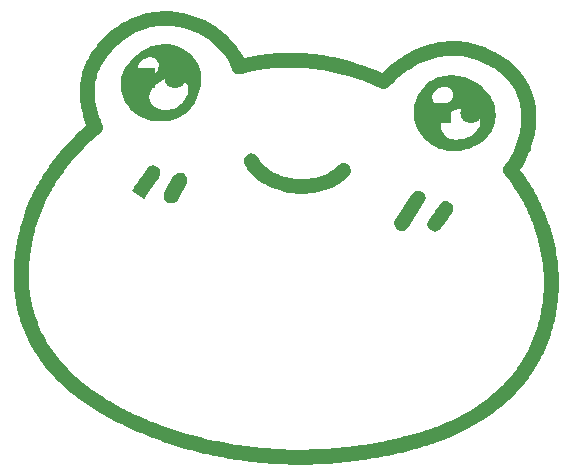
<source format=gbr>
%TF.GenerationSoftware,KiCad,Pcbnew,8.0.8*%
%TF.CreationDate,2025-02-14T08:27:58+01:00*%
%TF.ProjectId,Frog,46726f67-2e6b-4696-9361-645f70636258,rev?*%
%TF.SameCoordinates,Original*%
%TF.FileFunction,Soldermask,Top*%
%TF.FilePolarity,Negative*%
%FSLAX46Y46*%
G04 Gerber Fmt 4.6, Leading zero omitted, Abs format (unit mm)*
G04 Created by KiCad (PCBNEW 8.0.8) date 2025-02-14 08:27:58*
%MOMM*%
%LPD*%
G01*
G04 APERTURE LIST*
%ADD10C,0.000000*%
%ADD11R,1.800000X1.800000*%
%ADD12C,1.800000*%
G04 APERTURE END LIST*
D10*
%TO.C,frog*%
G36*
X106493838Y-78054075D02*
G01*
X106687520Y-78117090D01*
X106689985Y-78117090D01*
X106853551Y-78234957D01*
X106966945Y-78391056D01*
X107025498Y-78571482D01*
X107024540Y-78762333D01*
X106959402Y-78949704D01*
X106211014Y-80332534D01*
X106064204Y-80511567D01*
X105868058Y-80624098D01*
X105644746Y-80663157D01*
X105493516Y-80646266D01*
X105347894Y-80593173D01*
X105184328Y-80475306D01*
X105070934Y-80319207D01*
X105012381Y-80138781D01*
X105013340Y-79947930D01*
X105078477Y-79760559D01*
X105826865Y-78377729D01*
X105948701Y-78219492D01*
X106110057Y-78109792D01*
X106296560Y-78053148D01*
X106493838Y-78054075D01*
G37*
G36*
X126695003Y-79611460D02*
G01*
X126883570Y-79688165D01*
X126883570Y-79690574D01*
X127038733Y-79820880D01*
X127140013Y-79985235D01*
X127184416Y-80169626D01*
X127168949Y-80360040D01*
X127090620Y-80542463D01*
X125706113Y-82699957D01*
X125558474Y-82859325D01*
X125371474Y-82958092D01*
X125162298Y-82991968D01*
X124990175Y-82968439D01*
X124825534Y-82897852D01*
X124670370Y-82767546D01*
X124569091Y-82603191D01*
X124524688Y-82418800D01*
X124540154Y-82228386D01*
X124618483Y-82045962D01*
X126002990Y-79888469D01*
X126137685Y-79738129D01*
X126307575Y-79639686D01*
X126498176Y-79596381D01*
X126695003Y-79611460D01*
G37*
G36*
X104269466Y-77458673D02*
G01*
X104454721Y-77540494D01*
X104603896Y-77674540D01*
X104699188Y-77841363D01*
X104737604Y-78026835D01*
X104716151Y-78216824D01*
X104631833Y-78397202D01*
X104573215Y-78484770D01*
X104449981Y-78668931D01*
X104281227Y-78921141D01*
X104086047Y-79212859D01*
X103883535Y-79515541D01*
X103692788Y-79800646D01*
X103532898Y-80039631D01*
X103422962Y-80203953D01*
X103382073Y-80265070D01*
X102309399Y-79594197D01*
X102350959Y-79532027D01*
X102462636Y-79364982D01*
X102624923Y-79122260D01*
X102818316Y-78833059D01*
X103023310Y-78526578D01*
X103220399Y-78232015D01*
X103390078Y-77978567D01*
X103512842Y-77795433D01*
X103569186Y-77711811D01*
X103569160Y-77709426D01*
X103708917Y-77565362D01*
X103881957Y-77473772D01*
X104073676Y-77437321D01*
X104269466Y-77458673D01*
G37*
G36*
X129117920Y-80495664D02*
G01*
X129288012Y-80589474D01*
X129422301Y-80729967D01*
X129507856Y-80909729D01*
X129532519Y-81005807D01*
X129542642Y-81094893D01*
X129529786Y-81191983D01*
X129485514Y-81312073D01*
X129401388Y-81470161D01*
X129268969Y-81681242D01*
X129079819Y-81960314D01*
X128825500Y-82322373D01*
X128497575Y-82782415D01*
X128350581Y-82927394D01*
X128169770Y-83017132D01*
X127971219Y-83047879D01*
X127782569Y-83020426D01*
X127607013Y-82936866D01*
X127458676Y-82800256D01*
X127365657Y-82631676D01*
X127330593Y-82445489D01*
X127356116Y-82256059D01*
X127444864Y-82077748D01*
X127620460Y-81832404D01*
X127796126Y-81583984D01*
X127961540Y-81347100D01*
X128106373Y-81136363D01*
X128220303Y-80966386D01*
X128293002Y-80851779D01*
X128389184Y-80688300D01*
X128533592Y-80559144D01*
X128719575Y-80477718D01*
X128722046Y-80477748D01*
X128924954Y-80455951D01*
X129117920Y-80495664D01*
G37*
G36*
X112600411Y-76439082D02*
G01*
X112779086Y-76512698D01*
X112927944Y-76636239D01*
X113033454Y-76804146D01*
X113047188Y-76832870D01*
X113077360Y-76889467D01*
X113125678Y-76970309D01*
X113193849Y-77071763D01*
X113283579Y-77190199D01*
X113396574Y-77321988D01*
X113534542Y-77463498D01*
X113699189Y-77611099D01*
X113892222Y-77761160D01*
X114115347Y-77910051D01*
X114370271Y-78054142D01*
X114658701Y-78189801D01*
X114982344Y-78313398D01*
X115342905Y-78421302D01*
X115742092Y-78509884D01*
X116181611Y-78575513D01*
X116545795Y-78604976D01*
X116894144Y-78608386D01*
X117225910Y-78588592D01*
X117540344Y-78548443D01*
X117836697Y-78490789D01*
X118114219Y-78418478D01*
X118372162Y-78334360D01*
X118609777Y-78241285D01*
X118826314Y-78142101D01*
X119021025Y-78039657D01*
X119193160Y-77936803D01*
X119341971Y-77836389D01*
X119466708Y-77741262D01*
X119566622Y-77654273D01*
X119640965Y-77578270D01*
X119688987Y-77516103D01*
X119822465Y-77366923D01*
X119991618Y-77269059D01*
X120181841Y-77225755D01*
X120378528Y-77240254D01*
X120567076Y-77315799D01*
X120569560Y-77313359D01*
X120723764Y-77442488D01*
X120824924Y-77606130D01*
X120869687Y-77790155D01*
X120854700Y-77980434D01*
X120776610Y-78162839D01*
X120698458Y-78272892D01*
X120599943Y-78388882D01*
X120481676Y-78509326D01*
X120344269Y-78632741D01*
X120188331Y-78757645D01*
X120014474Y-78882557D01*
X119823308Y-79005993D01*
X119615446Y-79126472D01*
X119391496Y-79242512D01*
X119152072Y-79352630D01*
X118897782Y-79455344D01*
X118629238Y-79549171D01*
X118347052Y-79632631D01*
X118051833Y-79704239D01*
X117744193Y-79762515D01*
X117424743Y-79805976D01*
X117094093Y-79833139D01*
X116752855Y-79842523D01*
X116516613Y-79838322D01*
X116276488Y-79825004D01*
X116031927Y-79801494D01*
X115602211Y-79740299D01*
X115201018Y-79660117D01*
X114827494Y-79563024D01*
X114480785Y-79451096D01*
X114160036Y-79326406D01*
X113864392Y-79191031D01*
X113592999Y-79047046D01*
X113345002Y-78896525D01*
X113119546Y-78741544D01*
X112915777Y-78584178D01*
X112732840Y-78426502D01*
X112569881Y-78270592D01*
X112426043Y-78118521D01*
X112300474Y-77972367D01*
X112192319Y-77834203D01*
X112100721Y-77706104D01*
X112024828Y-77590147D01*
X111963785Y-77488405D01*
X111916736Y-77402955D01*
X111882826Y-77335871D01*
X111861203Y-77289228D01*
X111851010Y-77265102D01*
X111805968Y-77072418D01*
X111825345Y-76882631D01*
X111902915Y-76709064D01*
X112032452Y-76565037D01*
X112207731Y-76463873D01*
X112405450Y-76420953D01*
X112600411Y-76439082D01*
G37*
G36*
X129620273Y-69828338D02*
G01*
X129844111Y-69854014D01*
X130062929Y-69891150D01*
X130275633Y-69938392D01*
X130481127Y-69994387D01*
X130678316Y-70057783D01*
X130866106Y-70127226D01*
X131043400Y-70201363D01*
X131209104Y-70278842D01*
X131362123Y-70358308D01*
X131501361Y-70438410D01*
X131498864Y-70436000D01*
X131568797Y-70475691D01*
X131667833Y-70537290D01*
X131790447Y-70621456D01*
X131931114Y-70728848D01*
X132084309Y-70860125D01*
X132244507Y-71015946D01*
X132406183Y-71196970D01*
X132563812Y-71403855D01*
X132711869Y-71637261D01*
X132844829Y-71897846D01*
X132957168Y-72186269D01*
X133043360Y-72503189D01*
X133097880Y-72849265D01*
X133113571Y-73106419D01*
X133107785Y-73358780D01*
X133080816Y-73605616D01*
X133032955Y-73846198D01*
X132964494Y-74079798D01*
X132875725Y-74305686D01*
X132766940Y-74523132D01*
X132638430Y-74731407D01*
X132490488Y-74929782D01*
X132323405Y-75117527D01*
X132137474Y-75293913D01*
X131945709Y-75448109D01*
X131741372Y-75589271D01*
X131525744Y-75717052D01*
X131300108Y-75831104D01*
X131065745Y-75931077D01*
X130823938Y-76016626D01*
X130575968Y-76087400D01*
X130323118Y-76143053D01*
X130066668Y-76183236D01*
X129807902Y-76207601D01*
X129753897Y-76209305D01*
X129548101Y-76215800D01*
X129292087Y-76208291D01*
X129038290Y-76184694D01*
X128787261Y-76143399D01*
X128561960Y-76088913D01*
X128379432Y-76028655D01*
X128341044Y-76015982D01*
X128125461Y-75925447D01*
X127916160Y-75818146D01*
X127714091Y-75694919D01*
X127520204Y-75556605D01*
X127335447Y-75404043D01*
X127160769Y-75238072D01*
X126997120Y-75059531D01*
X126845449Y-74869260D01*
X126706705Y-74668097D01*
X126581838Y-74456882D01*
X126471796Y-74236454D01*
X126387420Y-74031660D01*
X128491065Y-74031660D01*
X128503183Y-74288893D01*
X128585211Y-74569953D01*
X128712008Y-74796593D01*
X128876416Y-74970895D01*
X129070622Y-75098238D01*
X129286812Y-75184002D01*
X129517175Y-75233566D01*
X129753897Y-75252310D01*
X129989164Y-75245615D01*
X130215163Y-75218859D01*
X130424082Y-75177422D01*
X130608107Y-75126684D01*
X130759425Y-75072025D01*
X130870223Y-75018824D01*
X130870286Y-75018842D01*
X131043727Y-74911350D01*
X131217723Y-74785328D01*
X131384146Y-74641014D01*
X131534864Y-74478647D01*
X131661746Y-74298464D01*
X131756661Y-74100704D01*
X131811479Y-73885604D01*
X131818069Y-73653402D01*
X131768300Y-73404336D01*
X131692517Y-73234080D01*
X131580528Y-73082417D01*
X131436978Y-72950447D01*
X131266509Y-72839266D01*
X131073762Y-72749972D01*
X130863381Y-72683664D01*
X130640009Y-72641438D01*
X130408287Y-72624393D01*
X130172859Y-72633626D01*
X129938367Y-72670234D01*
X129709453Y-72735317D01*
X129490760Y-72829971D01*
X129429290Y-72861524D01*
X129326609Y-72919153D01*
X129195063Y-73002606D01*
X129047000Y-73111634D01*
X128894766Y-73245988D01*
X128750709Y-73405417D01*
X128627175Y-73589672D01*
X128536511Y-73798503D01*
X128491065Y-74031660D01*
X126387420Y-74031660D01*
X126377529Y-74007652D01*
X126301755Y-73777751D01*
X126244335Y-73546628D01*
X126205144Y-73314912D01*
X126184057Y-73083231D01*
X126180948Y-72852214D01*
X126195692Y-72622488D01*
X126228164Y-72394683D01*
X126278237Y-72169426D01*
X126345787Y-71947346D01*
X126430689Y-71729071D01*
X126473196Y-71640067D01*
X127737737Y-71640067D01*
X127780552Y-71869180D01*
X127936562Y-72118051D01*
X128149162Y-72287577D01*
X128379432Y-72353767D01*
X128612667Y-72341822D01*
X128834162Y-72276940D01*
X129029212Y-72184325D01*
X129183112Y-72089176D01*
X129281156Y-72016694D01*
X129410055Y-71869143D01*
X129491537Y-71684172D01*
X129521292Y-71483445D01*
X129495010Y-71288624D01*
X129408380Y-71121373D01*
X129304240Y-71015224D01*
X129163883Y-70915491D01*
X128992021Y-70836867D01*
X128793367Y-70794040D01*
X128572633Y-70801702D01*
X128334532Y-70874545D01*
X128083774Y-71027257D01*
X128083742Y-71027257D01*
X128048229Y-71056272D01*
X127963362Y-71138814D01*
X127861652Y-71268130D01*
X127775607Y-71437465D01*
X127737737Y-71640067D01*
X126473196Y-71640067D01*
X126532816Y-71515230D01*
X126652044Y-71306450D01*
X126788247Y-71103359D01*
X126941301Y-70906588D01*
X127139957Y-70689210D01*
X127346734Y-70499528D01*
X127560538Y-70336190D01*
X127780274Y-70197842D01*
X128004845Y-70083131D01*
X128233158Y-69990704D01*
X128464117Y-69919208D01*
X128696626Y-69867291D01*
X128929592Y-69833598D01*
X129161918Y-69816777D01*
X129392510Y-69815475D01*
X129620273Y-69828338D01*
G37*
G36*
X105476611Y-67202591D02*
G01*
X105790162Y-67257014D01*
X106115575Y-67347756D01*
X106450595Y-67479749D01*
X106450659Y-67482164D01*
X106687390Y-67600646D01*
X106908784Y-67734555D01*
X107114347Y-67883283D01*
X107303583Y-68046221D01*
X107475997Y-68222758D01*
X107631095Y-68412286D01*
X107768381Y-68614195D01*
X107887359Y-68827876D01*
X107987536Y-69052720D01*
X108068415Y-69288117D01*
X108129502Y-69533457D01*
X108167978Y-69771053D01*
X108188485Y-70012428D01*
X108191384Y-70256337D01*
X108177033Y-70501534D01*
X108145795Y-70746774D01*
X108098028Y-70990812D01*
X108034094Y-71232402D01*
X107954351Y-71470298D01*
X107859162Y-71703255D01*
X107748886Y-71930027D01*
X107623882Y-72149369D01*
X107484513Y-72360036D01*
X107331137Y-72560782D01*
X107164115Y-72750360D01*
X106995909Y-72912803D01*
X106813267Y-73061582D01*
X106617458Y-73196317D01*
X106409753Y-73316627D01*
X106191422Y-73422130D01*
X105963735Y-73512448D01*
X105727962Y-73587198D01*
X105485373Y-73645999D01*
X105237239Y-73688472D01*
X105162930Y-73696056D01*
X104984829Y-73714235D01*
X104729413Y-73722907D01*
X104496749Y-73715666D01*
X104263544Y-73693946D01*
X104030901Y-73657747D01*
X103787915Y-73602640D01*
X103553220Y-73531700D01*
X103377126Y-73464388D01*
X103327318Y-73445349D01*
X103110711Y-73344011D01*
X102903900Y-73228107D01*
X102707387Y-73098060D01*
X102521675Y-72954293D01*
X102347265Y-72797227D01*
X102184658Y-72627286D01*
X102034358Y-72444891D01*
X101896865Y-72250465D01*
X101772681Y-72044430D01*
X101662308Y-71827210D01*
X101574897Y-71619751D01*
X103796079Y-71619751D01*
X103828494Y-71886883D01*
X103948520Y-72168748D01*
X104091945Y-72355502D01*
X104268451Y-72500687D01*
X104470921Y-72607612D01*
X104692236Y-72679583D01*
X104925278Y-72719907D01*
X105162930Y-72731892D01*
X105398073Y-72718845D01*
X105623590Y-72684072D01*
X105832363Y-72630881D01*
X106017273Y-72562580D01*
X106171203Y-72482475D01*
X106173656Y-72482468D01*
X106342471Y-72363170D01*
X106511161Y-72216765D01*
X106672028Y-72046709D01*
X106817372Y-71856456D01*
X106939494Y-71649460D01*
X107030695Y-71429177D01*
X107083276Y-71199062D01*
X107089539Y-70962567D01*
X107041783Y-70723149D01*
X106978915Y-70584426D01*
X106885967Y-70457206D01*
X106765718Y-70343403D01*
X106620949Y-70244930D01*
X106454441Y-70163701D01*
X106268974Y-70101628D01*
X106067330Y-70060626D01*
X105852288Y-70042607D01*
X105626630Y-70049485D01*
X105393137Y-70083173D01*
X105154588Y-70145586D01*
X104913766Y-70238635D01*
X104673449Y-70364235D01*
X104436420Y-70524299D01*
X104205459Y-70720740D01*
X104175695Y-70751581D01*
X104101116Y-70839409D01*
X104003795Y-70977183D01*
X103905801Y-71157859D01*
X103829205Y-71374396D01*
X103796079Y-71619751D01*
X101574897Y-71619751D01*
X101566249Y-71599226D01*
X101475079Y-71322817D01*
X101412670Y-71053837D01*
X101377257Y-70792504D01*
X101367080Y-70539039D01*
X101380374Y-70293659D01*
X101415378Y-70056584D01*
X101470328Y-69828032D01*
X101543462Y-69608223D01*
X101633018Y-69397375D01*
X101642542Y-69378945D01*
X102850934Y-69378945D01*
X102859607Y-69418345D01*
X102890380Y-69518124D01*
X102950385Y-69650652D01*
X103046756Y-69788300D01*
X103186626Y-69903436D01*
X103377126Y-69968430D01*
X103625391Y-69955652D01*
X103938552Y-69837472D01*
X104184145Y-69687602D01*
X104368212Y-69528017D01*
X104495830Y-69362711D01*
X104572074Y-69195680D01*
X104602019Y-69030915D01*
X104590740Y-68872412D01*
X104543314Y-68724163D01*
X104464816Y-68590164D01*
X104360321Y-68474408D01*
X104234905Y-68380888D01*
X104093644Y-68313599D01*
X103941613Y-68276534D01*
X103783887Y-68273688D01*
X103584684Y-68312749D01*
X103385174Y-68392338D01*
X103198797Y-68511907D01*
X103038993Y-68670907D01*
X102919204Y-68868789D01*
X102852870Y-69105003D01*
X102853431Y-69379000D01*
X102850934Y-69378945D01*
X101642542Y-69378945D01*
X101737232Y-69195707D01*
X101854342Y-69003439D01*
X101982585Y-68820789D01*
X102120198Y-68647976D01*
X102265420Y-68485219D01*
X102416486Y-68332737D01*
X102571635Y-68190749D01*
X102729104Y-68059474D01*
X102887130Y-67939131D01*
X103043950Y-67829939D01*
X103197802Y-67732116D01*
X103346924Y-67645882D01*
X103489551Y-67571455D01*
X103560473Y-67533808D01*
X103665803Y-67483183D01*
X103803288Y-67424512D01*
X103970673Y-67362723D01*
X104165702Y-67302747D01*
X104386122Y-67249512D01*
X104629678Y-67207950D01*
X104894114Y-67182989D01*
X105177177Y-67179560D01*
X105476611Y-67202591D01*
G37*
G36*
X105502607Y-64395600D02*
G01*
X105754485Y-64411483D01*
X106006942Y-64436057D01*
X106259825Y-64469361D01*
X106512977Y-64511433D01*
X106766243Y-64562312D01*
X107019469Y-64622036D01*
X107276389Y-64691722D01*
X107529705Y-64769739D01*
X107779168Y-64855869D01*
X108024529Y-64949895D01*
X108265536Y-65051598D01*
X108501941Y-65160762D01*
X108733493Y-65277167D01*
X108959941Y-65400598D01*
X109181037Y-65530835D01*
X109396530Y-65667661D01*
X109606170Y-65810858D01*
X109809707Y-65960208D01*
X110006892Y-66115495D01*
X110197473Y-66276499D01*
X110381201Y-66443004D01*
X110557826Y-66614790D01*
X110727098Y-66791642D01*
X110888768Y-66973341D01*
X111042584Y-67159668D01*
X111188297Y-67350407D01*
X111325657Y-67545340D01*
X111454414Y-67744248D01*
X111574318Y-67946915D01*
X111685120Y-68153122D01*
X111786568Y-68362652D01*
X111893143Y-68335984D01*
X112007675Y-68308495D01*
X112130044Y-68280395D01*
X112260131Y-68251891D01*
X112397817Y-68223192D01*
X112542983Y-68194506D01*
X112695510Y-68166043D01*
X112855279Y-68138010D01*
X113022170Y-68110615D01*
X113196066Y-68084069D01*
X113376846Y-68058578D01*
X113564392Y-68034352D01*
X113758585Y-68011599D01*
X113959306Y-67990528D01*
X114166435Y-67971346D01*
X114379854Y-67954263D01*
X114599444Y-67939486D01*
X114825086Y-67927226D01*
X115056660Y-67917689D01*
X115294047Y-67911084D01*
X115537129Y-67907621D01*
X115785787Y-67907507D01*
X116039901Y-67910951D01*
X116299352Y-67918161D01*
X116564022Y-67929347D01*
X116833792Y-67944715D01*
X117108541Y-67964476D01*
X117388152Y-67988837D01*
X117672506Y-68018007D01*
X117961483Y-68052194D01*
X118254963Y-68091608D01*
X118552830Y-68136455D01*
X118854962Y-68186946D01*
X119161242Y-68243288D01*
X119471549Y-68305690D01*
X119785766Y-68374360D01*
X120103773Y-68449508D01*
X120425451Y-68531340D01*
X120750681Y-68620067D01*
X121079344Y-68715895D01*
X121411321Y-68819035D01*
X121746493Y-68929694D01*
X122084741Y-69048081D01*
X122425946Y-69174405D01*
X122769988Y-69308873D01*
X123116750Y-69451694D01*
X123466111Y-69603078D01*
X123545586Y-69525958D01*
X123632846Y-69443354D01*
X123727777Y-69355769D01*
X123830264Y-69263710D01*
X123940193Y-69167682D01*
X124057450Y-69068190D01*
X124181920Y-68965741D01*
X124313489Y-68860839D01*
X124452042Y-68753991D01*
X124597466Y-68645702D01*
X124749646Y-68536476D01*
X124908467Y-68426821D01*
X125073816Y-68317241D01*
X125245578Y-68208242D01*
X125423639Y-68100330D01*
X125607884Y-67994010D01*
X125798199Y-67889787D01*
X125994470Y-67788167D01*
X126196582Y-67689656D01*
X126404421Y-67594759D01*
X126617873Y-67503981D01*
X126836824Y-67417829D01*
X127061159Y-67336808D01*
X127290763Y-67261423D01*
X127525523Y-67192180D01*
X127765324Y-67129584D01*
X128010052Y-67074141D01*
X128259592Y-67026357D01*
X128513831Y-66986736D01*
X128772653Y-66955785D01*
X129035945Y-66934009D01*
X129303592Y-66921914D01*
X129575480Y-66920005D01*
X129851495Y-66928788D01*
X130131521Y-66948767D01*
X130415446Y-66980450D01*
X130703155Y-67024341D01*
X130994532Y-67080945D01*
X131289465Y-67150769D01*
X131587838Y-67234318D01*
X131889537Y-67332097D01*
X132194448Y-67444613D01*
X132502457Y-67572369D01*
X132813450Y-67715873D01*
X133062346Y-67841583D01*
X133303234Y-67973104D01*
X133536053Y-68110364D01*
X133760746Y-68253292D01*
X133977255Y-68401818D01*
X134185520Y-68555870D01*
X134385483Y-68715376D01*
X134577087Y-68880266D01*
X134760271Y-69050468D01*
X134934978Y-69225911D01*
X135101149Y-69406524D01*
X135258726Y-69592235D01*
X135407650Y-69782974D01*
X135547863Y-69978669D01*
X135679306Y-70179249D01*
X135801921Y-70384643D01*
X135915649Y-70594779D01*
X136020431Y-70809586D01*
X136116210Y-71028994D01*
X136202926Y-71252930D01*
X136280522Y-71481324D01*
X136348938Y-71714104D01*
X136408117Y-71951200D01*
X136457999Y-72192539D01*
X136503052Y-72469443D01*
X136535669Y-72745990D01*
X136556379Y-73021720D01*
X136565711Y-73296177D01*
X136564195Y-73568904D01*
X136552360Y-73839442D01*
X136530736Y-74107333D01*
X136499851Y-74372121D01*
X136460236Y-74633347D01*
X136412419Y-74890553D01*
X136356930Y-75143283D01*
X136294299Y-75391078D01*
X136225054Y-75633481D01*
X136149726Y-75870034D01*
X136068842Y-76100280D01*
X135982934Y-76323760D01*
X135892530Y-76540017D01*
X135798160Y-76748594D01*
X135700352Y-76949032D01*
X135599637Y-77140874D01*
X135496544Y-77323663D01*
X135391601Y-77496940D01*
X135285340Y-77660249D01*
X135178288Y-77813131D01*
X135252873Y-77907840D01*
X135333030Y-78012086D01*
X135418353Y-78125802D01*
X135508435Y-78248921D01*
X135602870Y-78381377D01*
X135701251Y-78523104D01*
X135803172Y-78674034D01*
X135908226Y-78834101D01*
X136016006Y-79003239D01*
X136126107Y-79181380D01*
X136238121Y-79368458D01*
X136351643Y-79564407D01*
X136466265Y-79769160D01*
X136581582Y-79982650D01*
X136697186Y-80204810D01*
X136812672Y-80435575D01*
X136927632Y-80674877D01*
X137041661Y-80922650D01*
X137154351Y-81178827D01*
X137265297Y-81443341D01*
X137374091Y-81716127D01*
X137480328Y-81997116D01*
X137583601Y-82286243D01*
X137683503Y-82583442D01*
X137779627Y-82888644D01*
X137871568Y-83201785D01*
X137958919Y-83522796D01*
X138041273Y-83851613D01*
X138118224Y-84188167D01*
X138189366Y-84532392D01*
X138254291Y-84884222D01*
X138312594Y-85243590D01*
X138363867Y-85610429D01*
X138360776Y-85615520D01*
X138372348Y-85708082D01*
X138383768Y-85805778D01*
X138394926Y-85908497D01*
X138405713Y-86016130D01*
X138416020Y-86128566D01*
X138425739Y-86245696D01*
X138434759Y-86367407D01*
X138442972Y-86493592D01*
X138450269Y-86624139D01*
X138456540Y-86758937D01*
X138461677Y-86897878D01*
X138465570Y-87040850D01*
X138468109Y-87187744D01*
X138469187Y-87338449D01*
X138468694Y-87492854D01*
X138466520Y-87650851D01*
X138462557Y-87812328D01*
X138456696Y-87977175D01*
X138448826Y-88145282D01*
X138438840Y-88316539D01*
X138426628Y-88490836D01*
X138412081Y-88668061D01*
X138395089Y-88848106D01*
X138375545Y-89030860D01*
X138353337Y-89216213D01*
X138328358Y-89404054D01*
X138300498Y-89594273D01*
X138269649Y-89786760D01*
X138235700Y-89981405D01*
X138198543Y-90178097D01*
X138158069Y-90376727D01*
X138114169Y-90577183D01*
X138066733Y-90779357D01*
X138015652Y-90983137D01*
X137960817Y-91188413D01*
X137902120Y-91395076D01*
X137839450Y-91603014D01*
X137772699Y-91812119D01*
X137701758Y-92022278D01*
X137626517Y-92233383D01*
X137546868Y-92445323D01*
X137462700Y-92657988D01*
X137373906Y-92871267D01*
X137280376Y-93085050D01*
X137182001Y-93299228D01*
X137078672Y-93513689D01*
X136970279Y-93728324D01*
X136856713Y-93943023D01*
X136737866Y-94157675D01*
X136613628Y-94372169D01*
X136483890Y-94586396D01*
X136348543Y-94800246D01*
X136207478Y-95013608D01*
X136060585Y-95226372D01*
X135907756Y-95438428D01*
X135748881Y-95649666D01*
X135583852Y-95859975D01*
X135412558Y-96069244D01*
X135234892Y-96277365D01*
X135050743Y-96484227D01*
X134860003Y-96689719D01*
X134662563Y-96893731D01*
X134458313Y-97096153D01*
X134247145Y-97296875D01*
X134028948Y-97495786D01*
X133803615Y-97692777D01*
X133571036Y-97887737D01*
X133331101Y-98080555D01*
X133083702Y-98271122D01*
X132828730Y-98459328D01*
X132566075Y-98645062D01*
X132295628Y-98828213D01*
X132017281Y-99008673D01*
X131730923Y-99186329D01*
X131436446Y-99361073D01*
X131133741Y-99532795D01*
X130822699Y-99701382D01*
X130503209Y-99866727D01*
X130175165Y-100028717D01*
X129838455Y-100187244D01*
X129492972Y-100342197D01*
X129138605Y-100493465D01*
X129114413Y-100503957D01*
X129079010Y-100519085D01*
X129032516Y-100538650D01*
X128975055Y-100562451D01*
X128906748Y-100590289D01*
X128827718Y-100621963D01*
X128738087Y-100657274D01*
X128637977Y-100696022D01*
X128527510Y-100738007D01*
X128406809Y-100783028D01*
X128275995Y-100830887D01*
X128135191Y-100881383D01*
X127984518Y-100934315D01*
X127824099Y-100989485D01*
X127654057Y-101046692D01*
X127474512Y-101105737D01*
X127285588Y-101166418D01*
X127087407Y-101228537D01*
X126880090Y-101291894D01*
X126663760Y-101356288D01*
X126438540Y-101421519D01*
X126204550Y-101487389D01*
X125961914Y-101553695D01*
X125710753Y-101620240D01*
X125451190Y-101686822D01*
X125183346Y-101753243D01*
X124907345Y-101819301D01*
X124623307Y-101884797D01*
X124331356Y-101949531D01*
X124031613Y-102013304D01*
X123724201Y-102075914D01*
X123409241Y-102137163D01*
X123086857Y-102196850D01*
X122757169Y-102254775D01*
X122420301Y-102310739D01*
X122076373Y-102364541D01*
X121725510Y-102415982D01*
X121367831Y-102464861D01*
X121003461Y-102510979D01*
X120632521Y-102554136D01*
X120255132Y-102594131D01*
X119871418Y-102630765D01*
X119481500Y-102663839D01*
X119085501Y-102693151D01*
X118683543Y-102718502D01*
X118275747Y-102739692D01*
X117862236Y-102756521D01*
X117443133Y-102768790D01*
X117018559Y-102776297D01*
X116588636Y-102778844D01*
X116551989Y-102778729D01*
X116361894Y-102778133D01*
X116133740Y-102775980D01*
X115904191Y-102772357D01*
X115673265Y-102767236D01*
X115440977Y-102760588D01*
X115207347Y-102752385D01*
X114972392Y-102742599D01*
X114736128Y-102731200D01*
X114498573Y-102718162D01*
X114259744Y-102703454D01*
X114019659Y-102687050D01*
X113778334Y-102668921D01*
X113535789Y-102649037D01*
X113292038Y-102627372D01*
X113047101Y-102603895D01*
X112800994Y-102578580D01*
X112553735Y-102551398D01*
X112305340Y-102522320D01*
X112055828Y-102491318D01*
X111805216Y-102458363D01*
X111553521Y-102423428D01*
X111300759Y-102386483D01*
X111046950Y-102347501D01*
X110792109Y-102306453D01*
X110536255Y-102263310D01*
X110279404Y-102218045D01*
X110021574Y-102170629D01*
X109762783Y-102121033D01*
X109503047Y-102069229D01*
X109242384Y-102015189D01*
X108980811Y-101958884D01*
X108718346Y-101900286D01*
X108455006Y-101839367D01*
X108190808Y-101776098D01*
X107925770Y-101710450D01*
X107659909Y-101642397D01*
X107393242Y-101571908D01*
X107125786Y-101498956D01*
X106857560Y-101423512D01*
X106588579Y-101345548D01*
X106318862Y-101265035D01*
X106048427Y-101181946D01*
X105777289Y-101096252D01*
X105505467Y-101007923D01*
X105232978Y-100916933D01*
X104959839Y-100823253D01*
X104686068Y-100726853D01*
X104411682Y-100627707D01*
X104136697Y-100525785D01*
X103861133Y-100421059D01*
X103495651Y-100277886D01*
X103137457Y-100132711D01*
X102786488Y-99985573D01*
X102442678Y-99836511D01*
X102105963Y-99685563D01*
X101776278Y-99532769D01*
X101453559Y-99378168D01*
X101137740Y-99221799D01*
X100828757Y-99063701D01*
X100526546Y-98903913D01*
X100231041Y-98742473D01*
X99942178Y-98579422D01*
X99659892Y-98414797D01*
X99384118Y-98248639D01*
X99114792Y-98080986D01*
X98851849Y-97911877D01*
X98595225Y-97741351D01*
X98344854Y-97569447D01*
X98100672Y-97396204D01*
X97862614Y-97221662D01*
X97630616Y-97045858D01*
X97404613Y-96868833D01*
X97184539Y-96690626D01*
X96970331Y-96511274D01*
X96761924Y-96330819D01*
X96559253Y-96149297D01*
X96362253Y-95966749D01*
X96170859Y-95783214D01*
X95985008Y-95598729D01*
X95804633Y-95413336D01*
X95629671Y-95227072D01*
X95460057Y-95039977D01*
X95295725Y-94852089D01*
X95136612Y-94663448D01*
X94982653Y-94474092D01*
X94833783Y-94284062D01*
X94689936Y-94093395D01*
X94551050Y-93902131D01*
X94417058Y-93710308D01*
X94287896Y-93517967D01*
X94163499Y-93325145D01*
X94043804Y-93131882D01*
X93928744Y-92938217D01*
X93818255Y-92744190D01*
X93712273Y-92549838D01*
X93610733Y-92355201D01*
X93513570Y-92160318D01*
X93420720Y-91965228D01*
X93332117Y-91769971D01*
X93247697Y-91574584D01*
X93167395Y-91379108D01*
X93091148Y-91183581D01*
X93018889Y-90988042D01*
X92950554Y-90792531D01*
X92886079Y-90597085D01*
X92825398Y-90401745D01*
X92768448Y-90206550D01*
X92715163Y-90011538D01*
X92665479Y-89816748D01*
X92619330Y-89622220D01*
X92576653Y-89427992D01*
X92537383Y-89234104D01*
X92501454Y-89040594D01*
X92468802Y-88847502D01*
X92439363Y-88654866D01*
X92413072Y-88462726D01*
X92389864Y-88271121D01*
X92369674Y-88080089D01*
X92352437Y-87889671D01*
X92338090Y-87699904D01*
X92326567Y-87510827D01*
X92317803Y-87322481D01*
X92311734Y-87134903D01*
X92308295Y-86948134D01*
X92307447Y-86767492D01*
X93591506Y-86767492D01*
X93594491Y-86987600D01*
X93601482Y-87206495D01*
X93612472Y-87424169D01*
X93627459Y-87640615D01*
X93646437Y-87855825D01*
X93669401Y-88069791D01*
X93696348Y-88282505D01*
X93727272Y-88493959D01*
X93762170Y-88704145D01*
X93801036Y-88913055D01*
X93843866Y-89120681D01*
X93890656Y-89327016D01*
X93941400Y-89532051D01*
X93996095Y-89735779D01*
X94054736Y-89938191D01*
X94117318Y-90139281D01*
X94183837Y-90339038D01*
X94254288Y-90537457D01*
X94328667Y-90734529D01*
X94406970Y-90930245D01*
X94489191Y-91124599D01*
X94575326Y-91317582D01*
X94665370Y-91509186D01*
X94759320Y-91699403D01*
X94857170Y-91888226D01*
X94958917Y-92075646D01*
X95064554Y-92261656D01*
X95174079Y-92446248D01*
X95287486Y-92629413D01*
X95404771Y-92811144D01*
X95525929Y-92991433D01*
X95650956Y-93170272D01*
X95779847Y-93347653D01*
X95912598Y-93523569D01*
X96049204Y-93698010D01*
X96189661Y-93870970D01*
X96333964Y-94042440D01*
X96482108Y-94212413D01*
X96634089Y-94380880D01*
X96789903Y-94547834D01*
X96949545Y-94713266D01*
X97113010Y-94877169D01*
X97280295Y-95039535D01*
X97451393Y-95200357D01*
X97626301Y-95359625D01*
X97805015Y-95517332D01*
X97987529Y-95673471D01*
X98173840Y-95828032D01*
X98363942Y-95981009D01*
X98557831Y-96132394D01*
X98755503Y-96282178D01*
X98956953Y-96430354D01*
X99162176Y-96576913D01*
X99371169Y-96721848D01*
X99583926Y-96865151D01*
X99800442Y-97006814D01*
X100020715Y-97146829D01*
X100244738Y-97285188D01*
X100472507Y-97421883D01*
X100704018Y-97556907D01*
X100939266Y-97690251D01*
X101178247Y-97821907D01*
X101420956Y-97951868D01*
X101667389Y-98080125D01*
X101917541Y-98206671D01*
X102171407Y-98331497D01*
X102428984Y-98454597D01*
X102690266Y-98575961D01*
X102955249Y-98695583D01*
X103223928Y-98813453D01*
X103496299Y-98929565D01*
X103772357Y-99043910D01*
X104052099Y-99156480D01*
X104335518Y-99267267D01*
X104721776Y-99413269D01*
X105107012Y-99553486D01*
X105491170Y-99688004D01*
X105874192Y-99816911D01*
X106256021Y-99940295D01*
X106636600Y-100058243D01*
X107015870Y-100170842D01*
X107393775Y-100278179D01*
X107770258Y-100380343D01*
X108145260Y-100477420D01*
X108518724Y-100569498D01*
X108890593Y-100656663D01*
X109260810Y-100739005D01*
X109629317Y-100816609D01*
X109996057Y-100889563D01*
X110360972Y-100957955D01*
X110724005Y-101021872D01*
X111085099Y-101081401D01*
X111444196Y-101136630D01*
X111801238Y-101187645D01*
X112156169Y-101234536D01*
X112508931Y-101277388D01*
X112859466Y-101316289D01*
X113207718Y-101351327D01*
X113553628Y-101382589D01*
X113897139Y-101410162D01*
X114238195Y-101434134D01*
X114576737Y-101454592D01*
X114912708Y-101471623D01*
X115246050Y-101485315D01*
X115576707Y-101495755D01*
X115904621Y-101503030D01*
X116229734Y-101507229D01*
X116551989Y-101508438D01*
X116871329Y-101506744D01*
X117187697Y-101502235D01*
X117501034Y-101494999D01*
X117811283Y-101485123D01*
X118118388Y-101472693D01*
X118422290Y-101457798D01*
X118722932Y-101440525D01*
X119020258Y-101420961D01*
X119314208Y-101399194D01*
X119604727Y-101375311D01*
X119891757Y-101349399D01*
X120175239Y-101321545D01*
X120455117Y-101291838D01*
X120731334Y-101260365D01*
X121003832Y-101227212D01*
X121272553Y-101192467D01*
X121537441Y-101156218D01*
X121798437Y-101118551D01*
X122055485Y-101079555D01*
X122308527Y-101039317D01*
X122557505Y-100997924D01*
X122802362Y-100955463D01*
X123043042Y-100912022D01*
X123279485Y-100867688D01*
X123511636Y-100822549D01*
X123739436Y-100776691D01*
X123962828Y-100730203D01*
X124181755Y-100683171D01*
X124396159Y-100635684D01*
X124605983Y-100587827D01*
X124811170Y-100539690D01*
X125011662Y-100491359D01*
X125207401Y-100442921D01*
X125398331Y-100394464D01*
X125584394Y-100346075D01*
X125765532Y-100297842D01*
X125941688Y-100249852D01*
X126112806Y-100202192D01*
X126278826Y-100154950D01*
X126439692Y-100108212D01*
X126595347Y-100062068D01*
X126745733Y-100016603D01*
X126890792Y-99971905D01*
X127030468Y-99928062D01*
X127164702Y-99885161D01*
X127293438Y-99843289D01*
X127416618Y-99802534D01*
X127534185Y-99762983D01*
X127646081Y-99724724D01*
X127752249Y-99687843D01*
X127852631Y-99652428D01*
X127947170Y-99618567D01*
X128035809Y-99586347D01*
X128118490Y-99555855D01*
X128195156Y-99527178D01*
X128265749Y-99500405D01*
X128330212Y-99475622D01*
X128388488Y-99452917D01*
X128440519Y-99432377D01*
X128486248Y-99414089D01*
X128525618Y-99398141D01*
X128558570Y-99384621D01*
X128585048Y-99373615D01*
X128604994Y-99365211D01*
X128618350Y-99359496D01*
X128625060Y-99356559D01*
X128627781Y-99359153D01*
X128982901Y-99207286D01*
X129328295Y-99051433D01*
X129664094Y-98891723D01*
X129990430Y-98728289D01*
X130307432Y-98561262D01*
X130615232Y-98390773D01*
X130913960Y-98216952D01*
X131203746Y-98039932D01*
X131484722Y-97859844D01*
X131757018Y-97676818D01*
X132020765Y-97490987D01*
X132276094Y-97302480D01*
X132523135Y-97111430D01*
X132762019Y-96917967D01*
X132992877Y-96722223D01*
X133215840Y-96524329D01*
X133431037Y-96324417D01*
X133638600Y-96122616D01*
X133838660Y-95919059D01*
X134031348Y-95713877D01*
X134216793Y-95507201D01*
X134395127Y-95299162D01*
X134566480Y-95089891D01*
X134730983Y-94879520D01*
X134888767Y-94668180D01*
X135039963Y-94456002D01*
X135184701Y-94243117D01*
X135323111Y-94029656D01*
X135455326Y-93815751D01*
X135581474Y-93601533D01*
X135701688Y-93387132D01*
X135816098Y-93172681D01*
X135924833Y-92958310D01*
X136028027Y-92744151D01*
X136125807Y-92530335D01*
X136218307Y-92316993D01*
X136305656Y-92104256D01*
X136387984Y-91892255D01*
X136465424Y-91681122D01*
X136538104Y-91470988D01*
X136606157Y-91261984D01*
X136669713Y-91054241D01*
X136728902Y-90847891D01*
X136783855Y-90643064D01*
X136834704Y-90439892D01*
X136881578Y-90238506D01*
X136924608Y-90039037D01*
X136963925Y-89841617D01*
X136999660Y-89646376D01*
X137031943Y-89453447D01*
X137060906Y-89262959D01*
X137086678Y-89075045D01*
X137109391Y-88889835D01*
X137129175Y-88707461D01*
X137146162Y-88528053D01*
X137160480Y-88351744D01*
X137172263Y-88178664D01*
X137181639Y-88008945D01*
X137188740Y-87842717D01*
X137193697Y-87680112D01*
X137196639Y-87521261D01*
X137197699Y-87366296D01*
X137197006Y-87215347D01*
X137194692Y-87068545D01*
X137190887Y-86926023D01*
X137185721Y-86787911D01*
X137179326Y-86654340D01*
X137171832Y-86525441D01*
X137163370Y-86401347D01*
X137154070Y-86282187D01*
X137144064Y-86168093D01*
X137133481Y-86059197D01*
X137122454Y-85955629D01*
X137111111Y-85857521D01*
X137099585Y-85765004D01*
X137039382Y-85342447D01*
X136969037Y-84930554D01*
X136889307Y-84529467D01*
X136800949Y-84139331D01*
X136704722Y-83760289D01*
X136601381Y-83392485D01*
X136491684Y-83036064D01*
X136376388Y-82691168D01*
X136256250Y-82357941D01*
X136132028Y-82036528D01*
X136004478Y-81727072D01*
X135874359Y-81429717D01*
X135742426Y-81144607D01*
X135609438Y-80871885D01*
X135476151Y-80611695D01*
X135343323Y-80364182D01*
X135211710Y-80129488D01*
X135082070Y-79907758D01*
X134955160Y-79699135D01*
X134831738Y-79503763D01*
X134712560Y-79321787D01*
X134598383Y-79153349D01*
X134489965Y-78998594D01*
X134388064Y-78857665D01*
X134293435Y-78730706D01*
X134206837Y-78617861D01*
X134129026Y-78519274D01*
X134060760Y-78435088D01*
X134002795Y-78365448D01*
X133955890Y-78310496D01*
X133920801Y-78270378D01*
X133898285Y-78245236D01*
X133889099Y-78235214D01*
X133764684Y-78036484D01*
X133724459Y-77814682D01*
X133768425Y-77593788D01*
X133896584Y-77397781D01*
X134009423Y-77272444D01*
X134122835Y-77129471D01*
X134235930Y-76969879D01*
X134347824Y-76794681D01*
X134457627Y-76604893D01*
X134564453Y-76401528D01*
X134667415Y-76185603D01*
X134765625Y-75958131D01*
X134858196Y-75720127D01*
X134944241Y-75472605D01*
X135022872Y-75216581D01*
X135093203Y-74953069D01*
X135154346Y-74683084D01*
X135205413Y-74407640D01*
X135245518Y-74127752D01*
X135273773Y-73844435D01*
X135289290Y-73558703D01*
X135291184Y-73271571D01*
X135278566Y-72984053D01*
X135250549Y-72697165D01*
X135206246Y-72411921D01*
X135154323Y-72167232D01*
X135090729Y-71928553D01*
X135015486Y-71695918D01*
X134928617Y-71469362D01*
X134830142Y-71248918D01*
X134720084Y-71034620D01*
X134598465Y-70826501D01*
X134465307Y-70624595D01*
X134320630Y-70428937D01*
X134164458Y-70239559D01*
X133996812Y-70056495D01*
X133817714Y-69879779D01*
X133627186Y-69709445D01*
X133425249Y-69545527D01*
X133211925Y-69388058D01*
X132987237Y-69237071D01*
X132751205Y-69092602D01*
X132503853Y-68954683D01*
X132245202Y-68823348D01*
X131905158Y-68668803D01*
X131569591Y-68536491D01*
X131238702Y-68425476D01*
X130912691Y-68334825D01*
X130591758Y-68263601D01*
X130276105Y-68210871D01*
X129965932Y-68175700D01*
X129661440Y-68157152D01*
X129362829Y-68154293D01*
X129070300Y-68166188D01*
X128784054Y-68191901D01*
X128504290Y-68230499D01*
X128231210Y-68281047D01*
X127965015Y-68342609D01*
X127705905Y-68414250D01*
X127454080Y-68495037D01*
X127209742Y-68584033D01*
X126973091Y-68680305D01*
X126744327Y-68782917D01*
X126523651Y-68890934D01*
X126311264Y-69003422D01*
X126107366Y-69119445D01*
X125912159Y-69238070D01*
X125725842Y-69358360D01*
X125548616Y-69479382D01*
X125380683Y-69600200D01*
X125222241Y-69719880D01*
X125073493Y-69837486D01*
X124934639Y-69952084D01*
X124805879Y-70062739D01*
X124687414Y-70168516D01*
X124579445Y-70268481D01*
X124482172Y-70361697D01*
X124395796Y-70447232D01*
X124320517Y-70524149D01*
X124256536Y-70591514D01*
X124204055Y-70648392D01*
X124163272Y-70693848D01*
X124134390Y-70726948D01*
X124117609Y-70746756D01*
X123953607Y-70885104D01*
X123757791Y-70961235D01*
X123547938Y-70971756D01*
X123341825Y-70913272D01*
X122941769Y-70730206D01*
X122545023Y-70559350D01*
X122151804Y-70400347D01*
X121762328Y-70252838D01*
X121376813Y-70116465D01*
X120995475Y-69990870D01*
X120618531Y-69875693D01*
X120246198Y-69770577D01*
X119878694Y-69675163D01*
X119516235Y-69589094D01*
X119159037Y-69512009D01*
X118807319Y-69443553D01*
X118461297Y-69383365D01*
X118121188Y-69331088D01*
X117787208Y-69286363D01*
X117459575Y-69248832D01*
X117138506Y-69218136D01*
X116824218Y-69193918D01*
X116516927Y-69175818D01*
X116216851Y-69163479D01*
X115924206Y-69156542D01*
X115639210Y-69154649D01*
X115362079Y-69157441D01*
X115093031Y-69164560D01*
X114832281Y-69175648D01*
X114580048Y-69190346D01*
X114336548Y-69208296D01*
X114101998Y-69229140D01*
X113876615Y-69252519D01*
X113660616Y-69278076D01*
X113454218Y-69305450D01*
X113257638Y-69334285D01*
X113071092Y-69364222D01*
X112894798Y-69394902D01*
X112728973Y-69425968D01*
X112573834Y-69457060D01*
X112429597Y-69487821D01*
X112296479Y-69517892D01*
X112174698Y-69546915D01*
X112064470Y-69574531D01*
X111966013Y-69600382D01*
X111879543Y-69624110D01*
X111805277Y-69645357D01*
X111743432Y-69663763D01*
X111694225Y-69678971D01*
X111657874Y-69690622D01*
X111634594Y-69698358D01*
X111624603Y-69701821D01*
X111455712Y-69737305D01*
X111284603Y-69728276D01*
X111120701Y-69675274D01*
X110918015Y-69522032D01*
X110793912Y-69303628D01*
X110720124Y-69093886D01*
X110634358Y-68887296D01*
X110536972Y-68684162D01*
X110428322Y-68484788D01*
X110308769Y-68289481D01*
X110178669Y-68098543D01*
X110038380Y-67912280D01*
X109888261Y-67730997D01*
X109728670Y-67554998D01*
X109559964Y-67384587D01*
X109382502Y-67220070D01*
X109196642Y-67061751D01*
X109002741Y-66909934D01*
X108801159Y-66764925D01*
X108592252Y-66627028D01*
X108376379Y-66496547D01*
X108153898Y-66373788D01*
X107925167Y-66259054D01*
X107690544Y-66152651D01*
X107450387Y-66054883D01*
X107205054Y-65966055D01*
X106954903Y-65886471D01*
X106700292Y-65816436D01*
X106553129Y-65781069D01*
X106395761Y-65747304D01*
X106228687Y-65715935D01*
X106052406Y-65687752D01*
X105867417Y-65663549D01*
X105674218Y-65644119D01*
X105473310Y-65630252D01*
X105265192Y-65622743D01*
X105050361Y-65622382D01*
X104829317Y-65629963D01*
X104602560Y-65646278D01*
X104370588Y-65672119D01*
X104133900Y-65708279D01*
X103892996Y-65755550D01*
X103648374Y-65814724D01*
X103400533Y-65886593D01*
X103149973Y-65971951D01*
X102897192Y-66071589D01*
X102642690Y-66186300D01*
X102386965Y-66316877D01*
X102130517Y-66464111D01*
X101873844Y-66628794D01*
X101617447Y-66811720D01*
X101361822Y-67013681D01*
X101107471Y-67235469D01*
X100841967Y-67489993D01*
X100600085Y-67745131D01*
X100380899Y-68000498D01*
X100183484Y-68255715D01*
X100006915Y-68510398D01*
X99850268Y-68764166D01*
X99712617Y-69016636D01*
X99593038Y-69267426D01*
X99490605Y-69516156D01*
X99404394Y-69762441D01*
X99333479Y-70005901D01*
X99276936Y-70246153D01*
X99233839Y-70482816D01*
X99203265Y-70715506D01*
X99184287Y-70943843D01*
X99175981Y-71167444D01*
X99177421Y-71385928D01*
X99187684Y-71598911D01*
X99205844Y-71806012D01*
X99230975Y-72006849D01*
X99262154Y-72201040D01*
X99298455Y-72388204D01*
X99338953Y-72567956D01*
X99382723Y-72739917D01*
X99428840Y-72903704D01*
X99476380Y-73058934D01*
X99524417Y-73205226D01*
X99572026Y-73342197D01*
X99618283Y-73469467D01*
X99662262Y-73586651D01*
X99703039Y-73693370D01*
X99780094Y-73904584D01*
X99835115Y-74119853D01*
X99841880Y-74332806D01*
X99774167Y-74537071D01*
X99605753Y-74726275D01*
X99411506Y-74882676D01*
X99218036Y-75044678D01*
X99025526Y-75212034D01*
X98834155Y-75384494D01*
X98644107Y-75561809D01*
X98455563Y-75743731D01*
X98268704Y-75930011D01*
X98083712Y-76120401D01*
X97900769Y-76314652D01*
X97720056Y-76512514D01*
X97541756Y-76713740D01*
X97366049Y-76918081D01*
X97193117Y-77125288D01*
X97023143Y-77335111D01*
X96856306Y-77547304D01*
X96692791Y-77761616D01*
X96532777Y-77977799D01*
X96376446Y-78195604D01*
X96223981Y-78414783D01*
X96075562Y-78635087D01*
X95931372Y-78856268D01*
X95791592Y-79078076D01*
X95656403Y-79300262D01*
X95525988Y-79522579D01*
X95400528Y-79744778D01*
X95280205Y-79966608D01*
X95165199Y-80187823D01*
X95055694Y-80408174D01*
X94951870Y-80627411D01*
X94853909Y-80845285D01*
X94761994Y-81061549D01*
X94676304Y-81275953D01*
X94597023Y-81488249D01*
X94524331Y-81698188D01*
X94461965Y-81879186D01*
X94379800Y-82122926D01*
X94301736Y-82365619D01*
X94227767Y-82607259D01*
X94157890Y-82847836D01*
X94092099Y-83087343D01*
X94030390Y-83325773D01*
X93972758Y-83563117D01*
X93919199Y-83799367D01*
X93869709Y-84034516D01*
X93824282Y-84268555D01*
X93782915Y-84501476D01*
X93745603Y-84733273D01*
X93712340Y-84963936D01*
X93683124Y-85193458D01*
X93657948Y-85421830D01*
X93636809Y-85649046D01*
X93619703Y-85875097D01*
X93606623Y-86099975D01*
X93597567Y-86323672D01*
X93592529Y-86546181D01*
X93591506Y-86767492D01*
X92307447Y-86767492D01*
X92307422Y-86762211D01*
X92309049Y-86577174D01*
X92313112Y-86393062D01*
X92319546Y-86209914D01*
X92328287Y-86027769D01*
X92339270Y-85846666D01*
X92352430Y-85666645D01*
X92367703Y-85487743D01*
X92385023Y-85310001D01*
X92404326Y-85133457D01*
X92425547Y-84958150D01*
X92448623Y-84784119D01*
X92473487Y-84611404D01*
X92500075Y-84440042D01*
X92528323Y-84270075D01*
X92558165Y-84101539D01*
X92589538Y-83934475D01*
X92622376Y-83768922D01*
X92656614Y-83604918D01*
X92692189Y-83442502D01*
X92729035Y-83281714D01*
X92767087Y-83122592D01*
X92806282Y-82965176D01*
X92846553Y-82809505D01*
X92887837Y-82655617D01*
X92930069Y-82503552D01*
X92973183Y-82353349D01*
X93017116Y-82205047D01*
X93061803Y-82058684D01*
X93107178Y-81914300D01*
X93153178Y-81771934D01*
X93199737Y-81631625D01*
X93246791Y-81493411D01*
X93304164Y-81324479D01*
X93377183Y-81113356D01*
X93456302Y-80900047D01*
X93541365Y-80684768D01*
X93632216Y-80467734D01*
X93728698Y-80249157D01*
X93830657Y-80029254D01*
X93937935Y-79808238D01*
X94050377Y-79586324D01*
X94167826Y-79363726D01*
X94290127Y-79140659D01*
X94417123Y-78917337D01*
X94548659Y-78693975D01*
X94684578Y-78470786D01*
X94824724Y-78247986D01*
X94968941Y-78025790D01*
X95117074Y-77804410D01*
X95268965Y-77584063D01*
X95424460Y-77364961D01*
X95583402Y-77147321D01*
X95745634Y-76931355D01*
X95911001Y-76717280D01*
X96079347Y-76505308D01*
X96250516Y-76295655D01*
X96424352Y-76088535D01*
X96600697Y-75884162D01*
X96779398Y-75682751D01*
X96960297Y-75484517D01*
X97143238Y-75289673D01*
X97328065Y-75098435D01*
X97514623Y-74911016D01*
X97702755Y-74727631D01*
X97892305Y-74548495D01*
X98083117Y-74373821D01*
X98275035Y-74203826D01*
X98467903Y-74038722D01*
X98373308Y-73773862D01*
X98287617Y-73511217D01*
X98210828Y-73250798D01*
X98142936Y-72992617D01*
X98083939Y-72736683D01*
X98033832Y-72483007D01*
X97992612Y-72231600D01*
X97960277Y-71982473D01*
X97936822Y-71735636D01*
X97922244Y-71491100D01*
X97916540Y-71248875D01*
X97919706Y-71008973D01*
X97931738Y-70771404D01*
X97952634Y-70536178D01*
X97982390Y-70303307D01*
X98021003Y-70072800D01*
X98068468Y-69844670D01*
X98124783Y-69618925D01*
X98189945Y-69395578D01*
X98263949Y-69174639D01*
X98346792Y-68956117D01*
X98438471Y-68740025D01*
X98538983Y-68526373D01*
X98648324Y-68315171D01*
X98766490Y-68106430D01*
X98893478Y-67900161D01*
X99029285Y-67696374D01*
X99173908Y-67495080D01*
X99327342Y-67296291D01*
X99489585Y-67100015D01*
X99660633Y-66906265D01*
X99840482Y-66715050D01*
X100029130Y-66526383D01*
X100226572Y-66340272D01*
X100422264Y-66166911D01*
X100622106Y-66001353D01*
X100825943Y-65843638D01*
X101033620Y-65693803D01*
X101244982Y-65551887D01*
X101459873Y-65417930D01*
X101678138Y-65291969D01*
X101899622Y-65174043D01*
X102124170Y-65064190D01*
X102351626Y-64962450D01*
X102581836Y-64868861D01*
X102814644Y-64783461D01*
X103049894Y-64706289D01*
X103287432Y-64637384D01*
X103527103Y-64576784D01*
X103768751Y-64524527D01*
X104012220Y-64480653D01*
X104257357Y-64445200D01*
X104504005Y-64418207D01*
X104752009Y-64399711D01*
X105001214Y-64389753D01*
X105251466Y-64388369D01*
X105502607Y-64395600D01*
G37*
%TD*%
D11*
%TO.C,D2*%
X128460000Y-73000000D03*
D12*
X131000000Y-73000000D03*
%TD*%
D11*
%TO.C,D1*%
X103460000Y-70000000D03*
D12*
X106000000Y-70000000D03*
%TD*%
M02*

</source>
